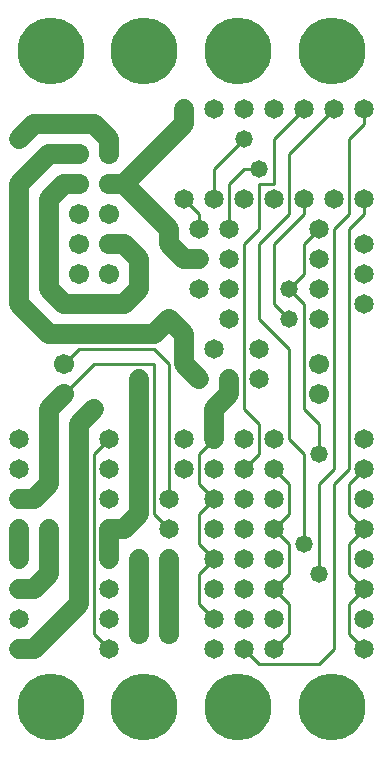
<source format=gtl>
%MOIN*%
%FSLAX25Y25*%
G04 D10 used for Character Trace; *
G04     Circle (OD=.01000) (No hole)*
G04 D11 used for Power Trace; *
G04     Circle (OD=.06500) (No hole)*
G04 D12 used for Signal Trace; *
G04     Circle (OD=.01100) (No hole)*
G04 D13 used for Via; *
G04     Circle (OD=.05800) (Round. Hole ID=.02800)*
G04 D14 used for Component hole; *
G04     Circle (OD=.06500) (Round. Hole ID=.03500)*
G04 D15 used for Component hole; *
G04     Circle (OD=.06700) (Round. Hole ID=.04300)*
G04 D16 used for Component hole; *
G04     Circle (OD=.08100) (Round. Hole ID=.05100)*
G04 D17 used for Component hole; *
G04     Circle (OD=.08900) (Round. Hole ID=.05900)*
G04 D18 used for Component hole; *
G04     Circle (OD=.11300) (Round. Hole ID=.08300)*
G04 D19 used for Component hole; *
G04     Circle (OD=.16000) (Round. Hole ID=.13000)*
G04 D20 used for Component hole; *
G04     Circle (OD=.18300) (Round. Hole ID=.15300)*
G04 D21 used for Component hole; *
G04     Circle (OD=.22291) (Round. Hole ID=.19291)*
%ADD10C,.01000*%
%ADD11C,.06500*%
%ADD12C,.01100*%
%ADD13C,.05800*%
%ADD14C,.06500*%
%ADD15C,.06700*%
%ADD16C,.08100*%
%ADD17C,.08900*%
%ADD18C,.11300*%
%ADD19C,.16000*%
%ADD20C,.18300*%
%ADD21C,.22291*%
%IPPOS*%
%LPD*%
G90*X0Y0D02*D21*X15625Y15625D03*D14*              
X35000Y35000D03*D12*X30000Y40000D01*Y100000D01*   
X35000Y105000D01*D14*D03*D13*X45000Y95000D03*D11* 
Y80000D01*X40000Y75000D01*X35000D01*D14*D03*D11*  
Y65000D01*D14*D03*X45000D03*D11*Y40000D01*D15*D03*
D14*X35000Y45000D03*D15*X55000Y40000D03*D11*      
Y65000D01*D14*D03*D12*X65000Y50000D02*Y60000D01*  
X70000Y45000D02*X65000Y50000D01*D14*              
X70000Y45000D03*X80000Y35000D03*D12*              
X85000Y30000D01*X105000D01*X110000Y35000D01*      
Y90000D01*X115000Y95000D01*Y175000D01*            
X120000Y180000D01*Y185000D01*D14*D03*D12*         
X110000Y175000D02*X115000Y180000D01*              
X110000Y95000D02*Y175000D01*X105000Y90000D02*     
X110000Y95000D01*X105000Y60000D02*Y90000D01*D13*  
Y60000D03*D12*X115000Y40000D02*Y50000D01*         
X120000Y35000D02*X115000Y40000D01*D14*            
X120000Y35000D03*Y45000D03*D12*X115000Y50000D02*  
X120000Y55000D01*D14*D03*D12*X115000Y60000D01*    
Y70000D01*X120000Y75000D01*D14*D03*D12*           
X115000Y80000D01*Y90000D01*X120000Y95000D01*D14*  
D03*Y105000D03*Y85000D03*D12*X105000Y100000D02*   
Y110000D01*D13*Y100000D03*D12*X100000Y70000D02*   
Y100000D01*D13*Y70000D03*D12*X95000Y60000D02*     
Y70000D01*X90000Y55000D02*X95000Y60000D01*D14*    
X90000Y55000D03*D12*X95000Y50000D01*Y40000D01*    
X90000Y35000D01*D14*D03*X80000Y45000D03*X90000D03*
D21*X109375Y15625D03*D14*X70000Y55000D03*D21*     
X78125Y15625D03*D14*X70000Y35000D03*              
X80000Y55000D03*D12*X65000Y60000D02*              
X70000Y65000D01*D14*D03*D12*X65000Y70000D01*      
Y80000D01*X70000Y85000D01*D14*D03*D12*            
X65000Y90000D01*Y100000D01*X70000Y105000D01*D14*  
D03*D11*Y115000D01*X75000Y120000D01*Y125000D01*   
D14*D03*X85000Y135000D03*Y125000D03*X65000D03*D11*
X60000Y130000D01*Y140000D01*X55000Y145000D01*D13* 
D03*D11*X50000Y140000D01*X15000D01*               
X5000Y150000D01*Y190000D01*X15000Y200000D01*      
X25000D01*D15*D03*X35000Y190000D03*D11*X40000D01* 
X55000Y175000D01*D14*D03*D11*Y170000D01*          
X60000Y165000D01*X65000D01*D14*D03*               
X75000Y155000D03*Y175000D03*D12*Y190000D01*       
X80000Y195000D01*X85000D01*D13*D03*D12*Y190000D02*
X90000D01*X85000Y175000D02*Y190000D01*            
X80000Y170000D02*X85000Y175000D01*                
X80000Y115000D02*Y170000D01*X85000Y110000D02*     
X80000Y115000D01*X85000Y100000D02*Y110000D01*     
X80000Y95000D02*X85000Y100000D01*D14*             
X80000Y95000D03*X90000Y85000D03*Y105000D03*       
Y95000D03*D12*X95000Y90000D01*Y80000D01*          
X90000Y75000D01*D14*D03*D12*X95000Y70000D01*D14*  
X90000Y65000D03*X80000Y85000D03*Y75000D03*        
Y65000D03*X70000Y95000D03*X120000Y65000D03*       
X70000Y75000D03*D12*X100000Y100000D02*            
X95000Y105000D01*Y135000D01*X85000Y145000D01*     
Y170000D01*X95000Y180000D01*Y200000D01*           
X110000Y215000D01*D14*D03*D12*X115000Y205000D02*  
X120000Y210000D01*X115000Y180000D02*Y205000D01*   
D14*X110000Y185000D03*X105000Y175000D03*D12*      
X100000Y170000D01*Y160000D01*X95000Y155000D01*D13*
D03*D12*X100000Y150000D01*Y115000D01*             
X105000Y110000D01*D15*Y120000D03*Y130000D03*D14*  
X80000Y105000D03*X70000Y135000D03*                
X105000Y145000D03*D13*X95000D03*D12*              
X90000Y150000D01*Y170000D01*X100000Y180000D01*    
Y185000D01*D14*D03*D12*X90000Y190000D02*          
Y205000D01*X100000Y215000D01*D14*D03*X90000D03*   
D21*X78125Y234375D03*X109375D03*D12*              
X120000Y210000D02*Y215000D01*D14*D03*             
X90000Y185000D03*X80000Y215000D03*D13*Y205000D03* 
D12*X70000Y195000D01*Y185000D01*D14*D03*D12*      
X65000Y175000D02*Y180000D01*D14*Y175000D03*D12*   
Y180000D02*X60000Y185000D01*D14*D03*D11*          
X45000Y155000D02*Y165000D01*X40000Y150000D02*     
X45000Y155000D01*X20000Y150000D02*X40000D01*      
X20000D02*X15000Y155000D01*Y185000D01*            
X20000Y190000D01*X25000D01*D15*D03*               
X35000Y180000D03*Y200000D03*D11*Y205000D01*       
X30000Y210000D01*X10000D01*X5000Y205000D01*D13*   
D03*D15*X25000Y180000D03*D21*X15625Y234375D03*D11*
X45000Y165000D02*X40000Y170000D01*X35000D01*D15*  
D03*X25000Y160000D03*Y170000D03*X35000Y160000D03* 
D11*X40000Y190000D02*X60000Y210000D01*Y215000D01* 
D14*D03*X70000D03*D21*X46875Y234375D03*D14*       
X80000Y185000D03*X75000Y165000D03*X105000D03*     
X120000Y160000D03*Y170000D03*X65000Y155000D03*    
X105000D03*X120000Y150000D03*X75000Y145000D03*D12*
X20000Y130000D02*X25000Y135000D01*D15*            
X20000Y130000D03*D12*X25000Y135000D02*X50000D01*  
X55000Y130000D01*Y85000D01*D14*D03*D12*Y75000D02* 
X50000Y80000D01*D14*X55000Y75000D03*D12*          
X50000Y80000D02*Y130000D01*X30000D01*             
X20000Y120000D01*D15*D03*D11*X15000Y115000D01*    
Y90000D01*X10000Y85000D01*X5000D01*D14*D03*D13*   
X15000Y75000D03*D11*Y60000D01*X10000Y55000D01*    
X5000D01*D14*D03*Y65000D03*D11*Y75000D01*D14*D03* 
Y95000D03*D11*X10000Y35000D02*X25000Y50000D01*    
X5000Y35000D02*X10000D01*D14*X5000D03*Y45000D03*  
D11*X25000Y50000D02*Y110000D01*X30000Y115000D01*  
D13*D03*X45000Y125000D03*D11*Y95000D01*D14*       
X35000Y85000D03*Y95000D03*X60000D03*Y105000D03*   
X5000D03*X35000Y55000D03*D21*X46875Y15625D03*M02* 

</source>
